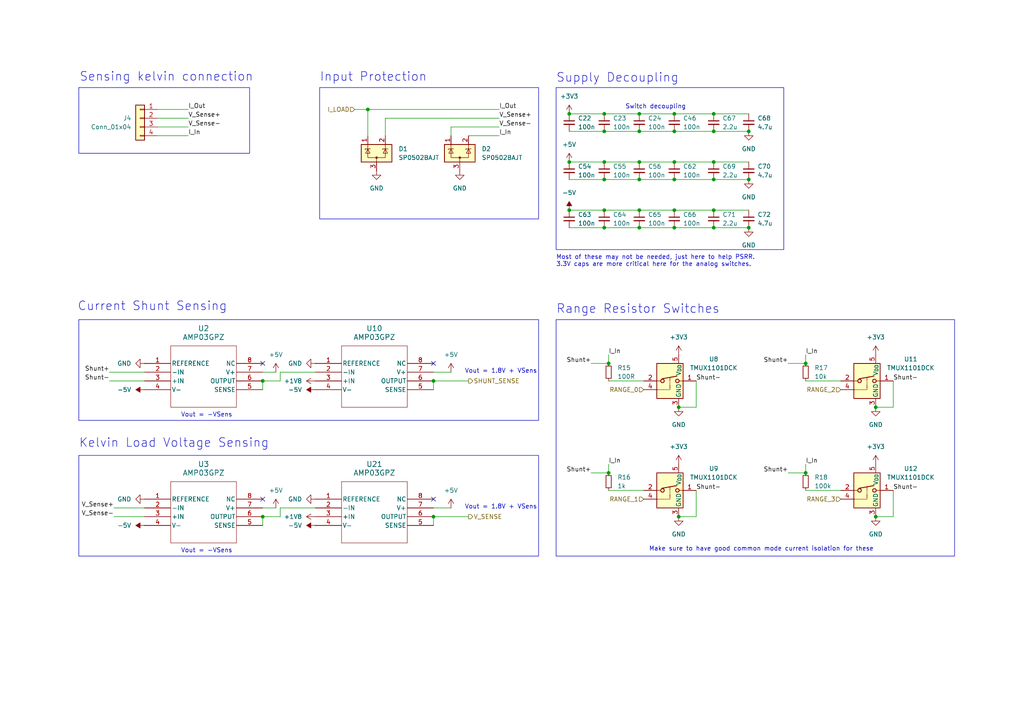
<source format=kicad_sch>
(kicad_sch (version 20231120) (generator "eeschema") (generator_version "8.0")
  (paper "A4")
  (lib_symbols
    (symbol "2024-10-13_10-13-09:AMP03GPZ" (pin_names (offset 0.254))
      (property "Reference" "U" (at 17.018 9.652 0))
      (property "Value" "AMP03GPZ" (at 17.018 7.112 0))
      (symbol "AMP03GPZ_0_1"
        (polyline (pts (xy 7.62 -12.7) (xy 26.67 -12.7)) (stroke (width 0.127)))
        (polyline (pts (xy 7.62 5.08) (xy 7.62 -12.7)) (stroke (width 0.127)))
        (polyline (pts (xy 26.67 -12.7) (xy 26.67 5.08)) (stroke (width 0.127)))
        (polyline (pts (xy 26.67 5.08) (xy 7.62 5.08)) (stroke (width 0.127)))
        (pin unspecified line (at 0 0 0) (length 7.62) (name "REFERENCE") (number "1"))
        (pin unspecified line (at 0 -2.54 0) (length 7.62) (name "-IN") (number "2"))
        (pin unspecified line (at 0 -5.08 0) (length 7.62) (name "+IN") (number "3"))
        (pin power_in line (at 0 -7.62 0) (length 7.62) (name "V-") (number "4"))
        (pin unspecified line (at 34.29 -7.62 180) (length 7.62) (name "SENSE") (number "5"))
        (pin unspecified line (at 34.29 -5.08 180) (length 7.62) (name "OUTPUT") (number "6"))
        (pin power_in line (at 34.29 -2.54 180) (length 7.62) (name "V+") (number "7"))
        (pin unspecified line (at 34.29 0 180) (length 7.62) (name "NC") (number "8"))
      )
    )
    (symbol "Analog_Switch:TMUX1101DCK" (pin_names (offset 0.254))
      (property "Reference" "U" (at -3.81 6.35 0))
      (property "Value" "TMUX1101DCK" (at -12.7 -6.35 0))
      (symbol "TMUX1101DCK_0_1"
        (polyline (pts (xy -3.81 -2.54) (xy -3.302 -2.54)))
        (polyline (pts (xy -3.048 -2.54) (xy -2.794 -2.54)))
        (polyline (pts (xy -2.54 -2.54) (xy -2.286 -2.54)))
        (polyline (pts (xy -2.032 -2.54) (xy -1.778 -2.54)))
        (polyline (pts (xy -1.524 -2.54) (xy -1.27 -2.54)))
        (polyline (pts (xy -1.016 -2.54) (xy -0.762 -2.54)))
        (polyline (pts (xy -0.508 -2.54) (xy -0.254 -2.54)))
        (polyline (pts (xy 0 -2.032) (xy 0 -1.778)))
        (polyline (pts (xy 0 -1.524) (xy 0 -1.27)))
      )
      (symbol "TMUX1101DCK_1_1"
        (rectangle (start -3.81 5.08) (end 3.81 -5.08) (stroke (width 0.254)) (fill (type background)))
        (circle (center -2.159 0) (radius 0.508) (stroke (width 0.254)))
        (polyline (pts (xy -3.81 0) (xy -2.794 0)))
        (polyline (pts (xy -2.286 0.635) (xy 2.032 1.397)) (stroke (width 0.254)))
        (polyline (pts (xy 0 -2.54) (xy 0 -2.286)))
        (polyline (pts (xy 0 -2.032) (xy 0 -1.778)))
        (polyline (pts (xy 0 -1.524) (xy 0 -1.27)))
        (polyline (pts (xy 0 -1.016) (xy 0 -0.762)))
        (polyline (pts (xy 0 -0.508) (xy 0 -0.254)))
        (polyline (pts (xy 0 0) (xy 0 1.016)))
        (polyline (pts (xy 3.81 0) (xy 2.794 0)))
        (circle (center 2.159 0) (radius 0.508) (stroke (width 0.254)))
        (pin passive line (at 7.62 0 180) (length 3.81) (name "~") (number "1"))
        (pin passive line (at -7.62 0 0) (length 3.81) (name "~") (number "2"))
        (pin power_in line (at 2.54 -7.62 90) (length 2.54) (name "GND") (number "3"))
        (pin input line (at -7.62 -2.54 0) (length 3.81) (name "~") (number "4"))
        (pin power_in line (at 2.54 7.62 270) (length 2.54) (name "V_{DD}") (number "5"))
      )
    )
    (symbol "Connector_Generic:Conn_01x04" (pin_names (offset 1.016) hide)
      (property "Reference" "J" (at 0 5.08 0))
      (property "Value" "Conn_01x04" (at 0 -7.62 0))
      (symbol "Conn_01x04_1_1"
        (rectangle (start -1.27 -4.953) (end 0 -5.207) (stroke (width 0.1524)))
        (rectangle (start -1.27 -2.413) (end 0 -2.667) (stroke (width 0.1524)))
        (rectangle (start -1.27 0.127) (end 0 -0.127) (stroke (width 0.1524)))
        (rectangle (start -1.27 2.667) (end 0 2.413) (stroke (width 0.1524)))
        (rectangle (start -1.27 3.81) (end 1.27 -6.35) (stroke (width 0.254)) (fill (type background)))
        (pin passive line (at -5.08 2.54 0) (length 3.81) (name "Pin_1") (number "1"))
        (pin passive line (at -5.08 0 0) (length 3.81) (name "Pin_2") (number "2"))
        (pin passive line (at -5.08 -2.54 0) (length 3.81) (name "Pin_3") (number "3"))
        (pin passive line (at -5.08 -5.08 0) (length 3.81) (name "Pin_4") (number "4"))
      )
    )
    (symbol "Device:C_Small" (pin_numbers hide) (pin_names (offset 0.254) hide)
      (property "Reference" "C" (at 0.254 1.778 0))
      (property "Value" "C_Small" (at 0.254 -2.032 0))
      (symbol "C_Small_0_1"
        (polyline (pts (xy -1.524 -0.508) (xy 1.524 -0.508)) (stroke (width 0.3302)))
        (polyline (pts (xy -1.524 0.508) (xy 1.524 0.508)) (stroke (width 0.3048)))
      )
      (symbol "C_Small_1_1"
        (pin passive line (at 0 2.54 270) (length 2.032) (name "~") (number "1"))
        (pin passive line (at 0 -2.54 90) (length 2.032) (name "~") (number "2"))
      )
    )
    (symbol "Device:R_Small" (pin_numbers hide) (pin_names (offset 0.254) hide)
      (property "Reference" "R" (at 0.762 0.508 0))
      (property "Value" "R_Small" (at 0.762 -1.016 0))
      (symbol "R_Small_0_1"
        (rectangle (start -0.762 1.778) (end 0.762 -1.778) (stroke (width 0.2032)))
      )
      (symbol "R_Small_1_1"
        (pin passive line (at 0 2.54 270) (length 0.762) (name "~") (number "1"))
        (pin passive line (at 0 -2.54 90) (length 0.762) (name "~") (number "2"))
      )
    )
    (symbol "Power_Protection:SP0502BAJT" (pin_names hide)
      (property "Reference" "D" (at 5.715 2.54 0))
      (property "Value" "SP0502BAJT" (at 5.715 0.635 0))
      (symbol "SP0502BAJT_0_0"
        (pin passive line (at 0 -5.08 90) (length 2.54) (name "A") (number "3"))
      )
      (symbol "SP0502BAJT_0_1"
        (rectangle (start -4.445 2.54) (end 4.445 -2.54) (stroke (width 0.254)) (fill (type background)))
        (circle (center 0 -1.27) (radius 0.254) (fill (type outline)))
        (polyline (pts (xy -2.54 2.54) (xy -2.54 1.27)))
        (polyline (pts (xy 0 -1.27) (xy 0 -2.54)))
        (polyline (pts (xy 2.54 2.54) (xy 2.54 1.27)))
        (polyline (pts (xy -3.302 1.016) (xy -3.302 1.27) (xy -1.905 1.27) (xy -1.778 1.27)))
        (polyline (pts (xy -2.54 1.27) (xy -2.54 -1.27) (xy 2.54 -1.27) (xy 2.54 1.27)))
        (polyline (pts (xy -2.54 1.27) (xy -1.905 0) (xy -3.175 0) (xy -2.54 1.27)))
        (polyline (pts (xy 1.778 1.016) (xy 1.778 1.27) (xy 3.175 1.27) (xy 3.302 1.27)))
        (polyline (pts (xy 2.54 1.27) (xy 1.905 0) (xy 3.175 0) (xy 2.54 1.27)))
      )
      (symbol "SP0502BAJT_1_1"
        (pin passive line (at -2.54 5.08 270) (length 2.54) (name "K") (number "1"))
        (pin passive line (at 2.54 5.08 270) (length 2.54) (name "K") (number "2"))
      )
    )
    (symbol "power:+1V8" (power) (pin_numbers hide) (pin_names (offset 0) hide)
      (property "Value" "+1V8" (at 0 3.556 0))
      (symbol "+1V8_0_1"
        (polyline (pts (xy -0.762 1.27) (xy 0 2.54)))
        (polyline (pts (xy 0 0) (xy 0 2.54)))
        (polyline (pts (xy 0 2.54) (xy 0.762 1.27)))
      )
      (symbol "+1V8_1_1"
        (pin power_in line (at 0 0 90) (length 0) (name "~") (number "1"))
      )
    )
    (symbol "power:+3V3" (power) (pin_numbers hide) (pin_names (offset 0) hide)
      (property "Value" "+3V3" (at 0 3.556 0))
      (symbol "+3V3_0_1"
        (polyline (pts (xy -0.762 1.27) (xy 0 2.54)))
        (polyline (pts (xy 0 0) (xy 0 2.54)))
        (polyline (pts (xy 0 2.54) (xy 0.762 1.27)))
      )
      (symbol "+3V3_1_1"
        (pin power_in line (at 0 0 90) (length 0) (name "~") (number "1"))
      )
    )
    (symbol "power:+5V" (power) (pin_numbers hide) (pin_names (offset 0) hide)
      (property "Value" "+5V" (at 0 3.556 0))
      (symbol "+5V_0_1"
        (polyline (pts (xy -0.762 1.27) (xy 0 2.54)))
        (polyline (pts (xy 0 0) (xy 0 2.54)))
        (polyline (pts (xy 0 2.54) (xy 0.762 1.27)))
      )
      (symbol "+5V_1_1"
        (pin power_in line (at 0 0 90) (length 0) (name "~") (number "1"))
      )
    )
    (symbol "power:-5V" (power) (pin_numbers hide) (pin_names (offset 0) hide)
      (property "Value" "-5V" (at 0 3.556 0))
      (symbol "-5V_0_0"
        (pin power_in line (at 0 0 90) (length 0) (name "~") (number "1"))
      )
      (symbol "-5V_0_1"
        (polyline (pts (xy 0 0) (xy 0 1.27) (xy 0.762 1.27) (xy 0 2.54) (xy -0.762 1.27) (xy 0 1.27)) (fill (type outline)))
      )
    )
    (symbol "power:GND" (power) (pin_numbers hide) (pin_names (offset 0) hide)
      (property "Value" "GND" (at 0 -3.81 0))
      (symbol "GND_0_1"
        (polyline (pts (xy 0 0) (xy 0 -1.27) (xy 1.27 -1.27) (xy 0 -2.54) (xy -1.27 -1.27) (xy 0 -1.27)))
      )
      (symbol "GND_1_1"
        (pin power_in line (at 0 0 270) (length 0) (name "~") (number "1"))
      )
    )
  )
  (junction (at 175.26 66.04))
  (junction (at 207.01 66.04))
  (junction (at 176.53 137.16))
  (junction (at 175.26 46.99))
  (junction (at 176.53 105.41))
  (junction (at 76.2 110.49))
  (junction (at 195.58 60.96))
  (junction (at 207.01 38.1))
  (junction (at 165.1 46.99))
  (junction (at 196.85 149.86))
  (junction (at 175.26 52.07))
  (junction (at 165.1 33.02))
  (junction (at 76.2 149.86))
  (junction (at 195.58 52.07))
  (junction (at 207.01 33.02))
  (junction (at 185.42 66.04))
  (junction (at 233.68 105.41))
  (junction (at 185.42 46.99))
  (junction (at 254 118.11))
  (junction (at 106.68 31.75))
  (junction (at 175.26 60.96))
  (junction (at 217.17 52.07))
  (junction (at 195.58 46.99))
  (junction (at 125.73 110.49))
  (junction (at 185.42 38.1))
  (junction (at 195.58 33.02))
  (junction (at 185.42 52.07))
  (junction (at 233.68 137.16))
  (junction (at 217.17 66.04))
  (junction (at 195.58 66.04))
  (junction (at 207.01 60.96))
  (junction (at 207.01 46.99))
  (junction (at 125.73 149.86))
  (junction (at 196.85 118.11))
  (junction (at 165.1 60.96))
  (junction (at 175.26 33.02))
  (junction (at 217.17 38.1))
  (junction (at 185.42 60.96))
  (junction (at 195.58 38.1))
  (junction (at 175.26 38.1))
  (junction (at 254 149.86))
  (junction (at 185.42 33.02))
  (junction (at 207.01 52.07))
  (no_connect (at 125.73 144.78))
  (no_connect (at 125.73 105.41))
  (no_connect (at 76.2 105.41))
  (no_connect (at 76.2 144.78))
  (wire (pts (xy 201.93 149.86) (xy 196.85 149.86)))
  (wire (pts (xy 125.73 110.49) (xy 125.73 113.03)))
  (wire (pts (xy 185.42 66.04) (xy 195.58 66.04)))
  (wire (pts (xy 185.42 46.99) (xy 195.58 46.99)))
  (wire (pts (xy 91.44 107.95) (xy 81.28 107.95)))
  (wire (pts (xy 259.08 142.24) (xy 259.08 149.86)))
  (wire (pts (xy 201.93 118.11) (xy 196.85 118.11)))
  (wire (pts (xy 76.2 110.49) (xy 76.2 113.03)))
  (wire (pts (xy 31.75 110.49) (xy 41.91 110.49)))
  (wire (pts (xy 207.01 52.07) (xy 195.58 52.07)))
  (wire (pts (xy 185.42 33.02) (xy 195.58 33.02)))
  (wire (pts (xy 175.26 52.07) (xy 185.42 52.07)))
  (wire (pts (xy 185.42 38.1) (xy 195.58 38.1)))
  (wire (pts (xy 217.17 52.07) (xy 207.01 52.07)))
  (wire (pts (xy 76.2 107.95) (xy 80.01 107.95)))
  (wire (pts (xy 228.6 105.41) (xy 233.68 105.41)))
  (wire (pts (xy 135.89 149.86) (xy 125.73 149.86)))
  (wire (pts (xy 207.01 33.02) (xy 217.17 33.02)))
  (wire (pts (xy 185.42 52.07) (xy 195.58 52.07)))
  (wire (pts (xy 102.87 31.75) (xy 106.68 31.75)))
  (wire (pts (xy 217.17 38.1) (xy 207.01 38.1)))
  (wire (pts (xy 45.72 31.75) (xy 54.61 31.75)))
  (wire (pts (xy 54.61 34.29) (xy 45.72 34.29)))
  (wire (pts (xy 175.26 60.96) (xy 185.42 60.96)))
  (wire (pts (xy 106.68 31.75) (xy 106.68 39.37)))
  (wire (pts (xy 45.72 39.37) (xy 54.61 39.37)))
  (wire (pts (xy 135.89 39.37) (xy 144.78 39.37)))
  (wire (pts (xy 165.1 38.1) (xy 175.26 38.1)))
  (wire (pts (xy 259.08 110.49) (xy 259.08 118.11)))
  (wire (pts (xy 76.2 147.32) (xy 80.01 147.32)))
  (wire (pts (xy 165.1 33.02) (xy 175.26 33.02)))
  (wire (pts (xy 195.58 60.96) (xy 207.01 60.96)))
  (wire (pts (xy 175.26 33.02) (xy 185.42 33.02)))
  (wire (pts (xy 201.93 142.24) (xy 201.93 149.86)))
  (wire (pts (xy 130.81 36.83) (xy 130.81 39.37)))
  (wire (pts (xy 259.08 149.86) (xy 254 149.86)))
  (wire (pts (xy 195.58 33.02) (xy 207.01 33.02)))
  (wire (pts (xy 144.78 36.83) (xy 130.81 36.83)))
  (wire (pts (xy 76.2 149.86) (xy 76.2 152.4)))
  (wire (pts (xy 195.58 46.99) (xy 207.01 46.99)))
  (wire (pts (xy 233.68 110.49) (xy 243.84 110.49)))
  (wire (pts (xy 207.01 46.99) (xy 217.17 46.99)))
  (wire (pts (xy 111.76 34.29) (xy 111.76 39.37)))
  (wire (pts (xy 228.6 137.16) (xy 233.68 137.16)))
  (wire (pts (xy 91.44 147.32) (xy 81.28 147.32)))
  (wire (pts (xy 207.01 60.96) (xy 217.17 60.96)))
  (wire (pts (xy 165.1 52.07) (xy 175.26 52.07)))
  (wire (pts (xy 217.17 66.04) (xy 207.01 66.04)))
  (wire (pts (xy 176.53 134.62) (xy 176.53 137.16)))
  (wire (pts (xy 165.1 66.04) (xy 175.26 66.04)))
  (wire (pts (xy 171.45 105.41) (xy 176.53 105.41)))
  (wire (pts (xy 165.1 46.99) (xy 175.26 46.99)))
  (wire (pts (xy 185.42 60.96) (xy 195.58 60.96)))
  (wire (pts (xy 144.78 31.75) (xy 106.68 31.75)))
  (wire (pts (xy 207.01 66.04) (xy 195.58 66.04)))
  (wire (pts (xy 81.28 149.86) (xy 76.2 149.86)))
  (wire (pts (xy 31.75 107.95) (xy 41.91 107.95)))
  (wire (pts (xy 81.28 147.32) (xy 81.28 149.86)))
  (wire (pts (xy 135.89 110.49) (xy 125.73 110.49)))
  (wire (pts (xy 175.26 66.04) (xy 185.42 66.04)))
  (wire (pts (xy 176.53 102.87) (xy 176.53 105.41)))
  (wire (pts (xy 33.02 147.32) (xy 41.91 147.32)))
  (wire (pts (xy 233.68 134.62) (xy 233.68 137.16)))
  (wire (pts (xy 165.1 60.96) (xy 175.26 60.96)))
  (wire (pts (xy 207.01 38.1) (xy 195.58 38.1)))
  (wire (pts (xy 176.53 110.49) (xy 186.69 110.49)))
  (wire (pts (xy 125.73 149.86) (xy 125.73 152.4)))
  (wire (pts (xy 233.68 142.24) (xy 243.84 142.24)))
  (wire (pts (xy 144.78 34.29) (xy 111.76 34.29)))
  (wire (pts (xy 81.28 110.49) (xy 76.2 110.49)))
  (wire (pts (xy 125.73 107.95) (xy 130.81 107.95)))
  (wire (pts (xy 171.45 137.16) (xy 176.53 137.16)))
  (wire (pts (xy 259.08 118.11) (xy 254 118.11)))
  (wire (pts (xy 125.73 147.32) (xy 130.81 147.32)))
  (wire (pts (xy 233.68 102.87) (xy 233.68 105.41)))
  (wire (pts (xy 33.02 149.86) (xy 41.91 149.86)))
  (wire (pts (xy 81.28 107.95) (xy 81.28 110.49)))
  (wire (pts (xy 175.26 46.99) (xy 185.42 46.99)))
  (wire (pts (xy 201.93 110.49) (xy 201.93 118.11)))
  (wire (pts (xy 54.61 36.83) (xy 45.72 36.83)))
  (wire (pts (xy 176.53 142.24) (xy 186.69 142.24)))
  (wire (pts (xy 175.26 38.1) (xy 185.42 38.1)))
  (rectangle (start 22.86 25.4) (end 72.39 44.45))
  (rectangle (start 92.71 25.4) (end 156.21 63.5))
  (rectangle (start 22.86 92.71) (end 156.21 121.92))
  (rectangle (start 161.29 92.71) (end 276.86 161.29))
  (rectangle (start 161.29 25.4) (end 227.33 72.39))
  (rectangle (start 22.86 132.08) (end 156.21 161.29))
  (text "Make sure to have good common mode current isolation for these" (at 188.214 160.02 0) (effects (font (size 1.27 1.27)) (justify left bottom)))
  (text "Sensing kelvin connection" (at 48.26 22.352 0) (effects (font (size 2.54 2.54))))
  (text "Vout = 1.8V + VSens" (at 145.288 107.696 0) (effects (font (size 1.27 1.27))))
  (text "Vout = -VSens" (at 59.944 120.396 0) (effects (font (size 1.27 1.27))))
  (text "Current Shunt Sensing" (at 44.196 88.9 0) (effects (font (size 2.54 2.54))))
  (text "Vout = -VSens" (at 59.944 159.766 0) (effects (font (size 1.27 1.27))))
  (text "Vout = 1.8V + VSens" (at 145.288 147.066 0) (effects (font (size 1.27 1.27))))
  (text "Most of these may not be needed, just here to help PSRR.\n3.3V caps are more critical here for the analog switches." (at 161.29 77.47 0) (effects (font (size 1.27 1.27)) (justify left bottom)))
  (text "Range Resistor Switches" (at 161.29 91.186 0) (effects (font (size 2.54 2.54)) (justify left bottom)))
  (text "Supply Decoupling" (at 161.29 24.13 0) (effects (font (size 2.54 2.54)) (justify left bottom)))
  (text "Kelvin Load Voltage Sensing" (at 22.86 130.048 0) (effects (font (size 2.54 2.54)) (justify left bottom)))
  (text "Switch decoupling" (at 181.356 31.75 0) (effects (font (size 1.27 1.27)) (justify left bottom)))
  (text "Input Protection" (at 92.71 23.876 0) (effects (font (size 2.54 2.54)) (justify left bottom)))
  (label "V_Sense-" (at 54.61 36.83 0))
  (label "I_In" (at 233.68 134.62 0))
  (label "I_In" (at 176.53 102.87 0))
  (label "Shunt+" (at 228.6 105.41 180))
  (label "Shunt+" (at 228.6 137.16 180))
  (label "Shunt-" (at 259.08 142.24 0))
  (label "Shunt+" (at 171.45 137.16 180))
  (label "I_Out" (at 54.61 31.75 0))
  (label "Shunt-" (at 201.93 110.49 0))
  (label "I_In" (at 54.61 39.37 0))
  (label "V_Sense-" (at 144.78 36.83 0))
  (label "V_Sense-" (at 33.02 149.86 180))
  (label "Shunt+" (at 31.75 107.95 180))
  (label "Shunt-" (at 201.93 142.24 0))
  (label "Shunt+" (at 171.45 105.41 180))
  (label "I_In" (at 144.78 39.37 0))
  (label "V_Sense+" (at 33.02 147.32 180))
  (label "I_Out" (at 144.78 31.75 0))
  (label "I_In" (at 233.68 102.87 0))
  (label "Shunt-" (at 31.75 110.49 180))
  (label "Shunt-" (at 259.08 110.49 0))
  (label "I_In" (at 176.53 134.62 0))
  (label "V_Sense+" (at 144.78 34.29 0))
  (label "V_Sense+" (at 54.61 34.29 0))
  (hierarchical_label "RANGE_2" (shape input) (at 243.84 113.03 180))
  (hierarchical_label "RANGE_0" (shape input) (at 186.69 113.03 180))
  (hierarchical_label "RANGE_1" (shape input) (at 186.69 144.78 180))
  (hierarchical_label "I_LOAD" (shape input) (at 102.87 31.75 180))
  (hierarchical_label "V_SENSE" (shape output) (at 135.89 149.86 0))
  (hierarchical_label "RANGE_3" (shape input) (at 243.84 144.78 180))
  (hierarchical_label "SHUNT_SENSE" (shape output) (at 135.89 110.49 0))
  (symbol (lib_id "2024-10-13_10-13-09:AMP03GPZ") (at 41.91 144.78 0) (unit 1)
    (property "Reference" "U3" (at 59.055 134.62 0) (effects (font (size 1.524 1.524))))
    (property "Value" "AMP03GPZ" (at 59.055 137.16 0) (effects (font (size 1.524 1.524))))
    (property "Footprint" "footprints:N_8_ADI" (effects (hide yes)))
    (property "Datasheet" "AMP03GPZ" (effects (hide yes)))
  )
  (symbol (lib_id "Analog_Switch:TMUX1101DCK") (at 194.31 110.49 0) (unit 1)
    (property "Reference" "U8" (at 207.01 104.1714 0))
    (property "Value" "TMUX1101DCK" (at 207.01 106.7114 0))
    (property "Footprint" "Package_TO_SOT_SMD:SOT-23-5" (effects (hide yes)))
    (property "Datasheet" "https://www.ti.com/lit/ds/symlink/tmux1101.pdf" (effects (hide yes)))
    (property "Description" "SPST Analog Switch, 1.08V to 5.5V Supply, 3pA Leakage Current, Normally OFF, 1.8Ohm Ron, SOT-23" (effects (hide yes)))
  )
  (symbol (lib_id "Device:R_Small") (at 233.68 139.7 0) (unit 1)
    (property "Reference" "R18" (at 236.22 138.4299 0) (effects (justify left)))
    (property "Value" "100k" (at 236.22 140.9699 0) (effects (justify left)))
    (property "Footprint" "Resistor_SMD:R_0402_1005Metric" (effects (hide yes)))
    (property "Description" "Resistor, small symbol" (effects (hide yes)))
  )
  (symbol (lib_id "Device:C_Small") (at 217.17 63.5 0) (unit 1)
    (property "Reference" "C72" (at 219.71 62.2362 0) (effects (justify left)))
    (property "Value" "4.7u" (at 219.71 64.7762 0) (effects (justify left)))
    (property "Footprint" "Capacitor_SMD:C_0805_2012Metric" (effects (hide yes)))
    (property "Description" "Unpolarized capacitor, small symbol" (effects (hide yes)))
  )
  (symbol (lib_id "power:GND") (at 217.17 52.07 0) (unit 1)
    (property "Reference" "#PWR095" (effects (hide yes)))
    (property "Value" "GND" (at 217.17 57.15 0))
    (property "Description" "Power symbol creates a global label with name \"GND\" , ground" (effects (hide yes)))
  )
  (symbol (lib_id "2024-10-13_10-13-09:AMP03GPZ") (at 91.44 105.41 0) (unit 1)
    (property "Reference" "U10" (at 108.585 95.25 0) (effects (font (size 1.524 1.524))))
    (property "Value" "AMP03GPZ" (at 108.585 97.79 0) (effects (font (size 1.524 1.524))))
    (property "Footprint" "footprints:N_8_ADI" (effects (hide yes)))
    (property "Datasheet" "AMP03GPZ" (effects (hide yes)))
  )
  (symbol (lib_id "power:-5V") (at 41.91 113.03 90) (unit 1)
    (property "Reference" "#PWR07" (effects (hide yes)))
    (property "Value" "-5V" (at 38.1 113.0299 90) (effects (justify left)))
    (property "Description" "Power symbol creates a global label with name \"-5V\"" (effects (hide yes)))
  )
  (symbol (lib_id "Connector_Generic:Conn_01x04") (at 40.64 34.29 0) (mirror y) (unit 1)
    (property "Reference" "J4" (at 38.1 34.2899 0) (effects (justify left)))
    (property "Value" "Conn_01x04" (at 38.1 36.8299 0) (effects (justify left)))
    (property "Footprint" "Connector_PinHeader_2.54mm:PinHeader_1x04_P2.54mm_Vertical" (effects (hide yes)))
    (property "Description" "Generic connector, single row, 01x04, script generated (kicad-library-utils/schlib/autogen/connector/)" (effects (hide yes)))
  )
  (symbol (lib_id "power:GND") (at 91.44 144.78 270) (unit 1)
    (property "Reference" "#PWR066" (effects (hide yes)))
    (property "Value" "GND" (at 87.63 144.7799 90) (effects (justify right)))
    (property "Description" "Power symbol creates a global label with name \"GND\" , ground" (effects (hide yes)))
  )
  (symbol (lib_id "power:+5V") (at 130.81 107.95 0) (unit 1)
    (property "Reference" "#PWR044" (effects (hide yes)))
    (property "Value" "+5V" (at 130.81 102.87 0))
    (property "Description" "Power symbol creates a global label with name \"+5V\"" (effects (hide yes)))
  )
  (symbol (lib_id "power:GND") (at 109.22 49.53 0) (unit 1)
    (property "Reference" "#PWR083" (effects (hide yes)))
    (property "Value" "GND" (at 109.22 54.61 0))
    (property "Description" "Power symbol creates a global label with name \"GND\" , ground" (effects (hide yes)))
  )
  (symbol (lib_id "Analog_Switch:TMUX1101DCK") (at 194.31 142.24 0) (unit 1)
    (property "Reference" "U9" (at 207.01 135.9214 0))
    (property "Value" "TMUX1101DCK" (at 207.01 138.4614 0))
    (property "Footprint" "Package_TO_SOT_SMD:SOT-23-5" (effects (hide yes)))
    (property "Datasheet" "https://www.ti.com/lit/ds/symlink/tmux1101.pdf" (effects (hide yes)))
    (property "Description" "SPST Analog Switch, 1.08V to 5.5V Supply, 3pA Leakage Current, Normally OFF, 1.8Ohm Ron, SOT-23" (effects (hide yes)))
  )
  (symbol (lib_id "Device:C_Small") (at 207.01 35.56 0) (unit 1)
    (property "Reference" "C67" (at 209.55 34.2962 0) (effects (justify left)))
    (property "Value" "2.2u" (at 209.55 36.8362 0) (effects (justify left)))
    (property "Footprint" "Capacitor_SMD:C_0402_1005Metric" (effects (hide yes)))
    (property "Description" "Unpolarized capacitor, small symbol" (effects (hide yes)))
  )
  (symbol (lib_id "power:GND") (at 217.17 38.1 0) (unit 1)
    (property "Reference" "#PWR093" (effects (hide yes)))
    (property "Value" "GND" (at 217.17 43.18 0))
    (property "Description" "Power symbol creates a global label with name \"GND\" , ground" (effects (hide yes)))
  )
  (symbol (lib_id "power:GND") (at 254 149.86 0) (unit 1)
    (property "Reference" "#PWR092" (effects (hide yes)))
    (property "Value" "GND" (at 254 154.94 0))
    (property "Description" "Power symbol creates a global label with name \"GND\" , ground" (effects (hide yes)))
  )
  (symbol (lib_id "Analog_Switch:TMUX1101DCK") (at 251.46 110.49 0) (unit 1)
    (property "Reference" "U11" (at 264.16 104.1714 0))
    (property "Value" "TMUX1101DCK" (at 264.16 106.7114 0))
    (property "Footprint" "Package_TO_SOT_SMD:SOT-23-5" (effects (hide yes)))
    (property "Datasheet" "https://www.ti.com/lit/ds/symlink/tmux1101.pdf" (effects (hide yes)))
    (property "Description" "SPST Analog Switch, 1.08V to 5.5V Supply, 3pA Leakage Current, Normally OFF, 1.8Ohm Ron, SOT-23" (effects (hide yes)))
  )
  (symbol (lib_id "Device:C_Small") (at 195.58 35.56 0) (unit 1)
    (property "Reference" "C46" (at 198.12 34.2962 0) (effects (justify left)))
    (property "Value" "100n" (at 198.12 36.8362 0) (effects (justify left)))
    (property "Footprint" "Capacitor_SMD:C_0402_1005Metric" (effects (hide yes)))
    (property "Description" "Unpolarized capacitor, small symbol" (effects (hide yes)))
  )
  (symbol (lib_id "Device:R_Small") (at 233.68 107.95 0) (unit 1)
    (property "Reference" "R17" (at 236.22 106.6799 0) (effects (justify left)))
    (property "Value" "10k" (at 236.22 109.2199 0) (effects (justify left)))
    (property "Footprint" "Resistor_SMD:R_0402_1005Metric" (effects (hide yes)))
    (property "Description" "Resistor, small symbol" (effects (hide yes)))
  )
  (symbol (lib_id "power:GND") (at 254 118.11 0) (unit 1)
    (property "Reference" "#PWR090" (effects (hide yes)))
    (property "Value" "GND" (at 254 123.19 0))
    (property "Description" "Power symbol creates a global label with name \"GND\" , ground" (effects (hide yes)))
  )
  (symbol (lib_id "Device:C_Small") (at 175.26 63.5 0) (unit 1)
    (property "Reference" "C64" (at 177.8 62.2362 0) (effects (justify left)))
    (property "Value" "100n" (at 177.8 64.7762 0) (effects (justify left)))
    (property "Footprint" "Capacitor_SMD:C_0402_1005Metric" (effects (hide yes)))
    (property "Description" "Unpolarized capacitor, small symbol" (effects (hide yes)))
  )
  (symbol (lib_id "power:+3V3") (at 254 134.62 0) (unit 1)
    (property "Reference" "#PWR091" (effects (hide yes)))
    (property "Value" "+3V3" (at 254 129.54 0))
    (property "Description" "Power symbol creates a global label with name \"+3V3\"" (effects (hide yes)))
  )
  (symbol (lib_id "2024-10-13_10-13-09:AMP03GPZ") (at 41.91 105.41 0) (unit 1)
    (property "Reference" "U2" (at 59.055 95.25 0) (effects (font (size 1.524 1.524))))
    (property "Value" "AMP03GPZ" (at 59.055 97.79 0) (effects (font (size 1.524 1.524))))
    (property "Footprint" "footprints:N_8_ADI" (effects (hide yes)))
    (property "Datasheet" "AMP03GPZ" (effects (hide yes)))
  )
  (symbol (lib_id "Device:C_Small") (at 185.42 49.53 0) (unit 1)
    (property "Reference" "C56" (at 187.96 48.2662 0) (effects (justify left)))
    (property "Value" "100n" (at 187.96 50.8062 0) (effects (justify left)))
    (property "Footprint" "Capacitor_SMD:C_0402_1005Metric" (effects (hide yes)))
    (property "Description" "Unpolarized capacitor, small symbol" (effects (hide yes)))
  )
  (symbol (lib_id "power:+3V3") (at 196.85 134.62 0) (unit 1)
    (property "Reference" "#PWR087" (effects (hide yes)))
    (property "Value" "+3V3" (at 196.85 129.54 0))
    (property "Description" "Power symbol creates a global label with name \"+3V3\"" (effects (hide yes)))
  )
  (symbol (lib_id "Device:C_Small") (at 185.42 63.5 0) (unit 1)
    (property "Reference" "C65" (at 187.96 62.2362 0) (effects (justify left)))
    (property "Value" "100n" (at 187.96 64.7762 0) (effects (justify left)))
    (property "Footprint" "Capacitor_SMD:C_0402_1005Metric" (effects (hide yes)))
    (property "Description" "Unpolarized capacitor, small symbol" (effects (hide yes)))
  )
  (symbol (lib_id "power:-5V") (at 91.44 152.4 90) (unit 1)
    (property "Reference" "#PWR09" (effects (hide yes)))
    (property "Value" "-5V" (at 87.63 152.3999 90) (effects (justify left)))
    (property "Description" "Power symbol creates a global label with name \"-5V\"" (effects (hide yes)))
  )
  (symbol (lib_id "power:GND") (at 91.44 105.41 270) (unit 1)
    (property "Reference" "#PWR051" (effects (hide yes)))
    (property "Value" "GND" (at 87.63 105.4099 90) (effects (justify right)))
    (property "Description" "Power symbol creates a global label with name \"GND\" , ground" (effects (hide yes)))
  )
  (symbol (lib_id "power:GND") (at 41.91 144.78 270) (unit 1)
    (property "Reference" "#PWR063" (effects (hide yes)))
    (property "Value" "GND" (at 38.1 144.7799 90) (effects (justify right)))
    (property "Description" "Power symbol creates a global label with name \"GND\" , ground" (effects (hide yes)))
  )
  (symbol (lib_id "Power_Protection:SP0502BAJT") (at 133.35 44.45 0) (unit 1)
    (property "Reference" "D2" (at 139.7 43.1799 0) (effects (justify left)))
    (property "Value" "SP0502BAJT" (at 139.7 45.7199 0) (effects (justify left)))
    (property "Footprint" "Package_TO_SOT_SMD:SOT-323_SC-70" (effects (hide yes)))
    (property "Datasheet" "http://www.littelfuse.com/~/media/files/littelfuse/technical%20resources/documents/data%20sheets/sp05xxba.pdf" (effects (hide yes)))
    (property "Description" "TVS Diode Array, 5.5V Standoff, 2 Channels, SC-70 package" (effects (hide yes)))
  )
  (symbol (lib_id "Device:C_Small") (at 175.26 49.53 0) (unit 1)
    (property "Reference" "C55" (at 177.8 48.2662 0) (effects (justify left)))
    (property "Value" "100n" (at 177.8 50.8062 0) (effects (justify left)))
    (property "Footprint" "Capacitor_SMD:C_0402_1005Metric" (effects (hide yes)))
    (property "Description" "Unpolarized capacitor, small symbol" (effects (hide yes)))
  )
  (symbol (lib_id "Device:C_Small") (at 207.01 49.53 0) (unit 1)
    (property "Reference" "C69" (at 209.55 48.2662 0) (effects (justify left)))
    (property "Value" "2.2u" (at 209.55 50.8062 0) (effects (justify left)))
    (property "Footprint" "Capacitor_SMD:C_0402_1005Metric" (effects (hide yes)))
    (property "Description" "Unpolarized capacitor, small symbol" (effects (hide yes)))
  )
  (symbol (lib_id "power:+3V3") (at 165.1 33.02 0) (unit 1)
    (property "Reference" "#PWR040" (effects (hide yes)))
    (property "Value" "+3V3" (at 165.1 27.94 0))
    (property "Description" "Power symbol creates a global label with name \"+3V3\"" (effects (hide yes)))
  )
  (symbol (lib_id "power:GND") (at 133.35 49.53 0) (unit 1)
    (property "Reference" "#PWR084" (effects (hide yes)))
    (property "Value" "GND" (at 133.35 54.61 0))
    (property "Description" "Power symbol creates a global label with name \"GND\" , ground" (effects (hide yes)))
  )
  (symbol (lib_id "power:+5V") (at 165.1 46.99 0) (unit 1)
    (property "Reference" "#PWR094" (effects (hide yes)))
    (property "Value" "+5V" (at 165.1 41.91 0))
    (property "Description" "Power symbol creates a global label with name \"+5V\"" (effects (hide yes)))
  )
  (symbol (lib_id "Device:R_Small") (at 176.53 107.95 0) (unit 1)
    (property "Reference" "R15" (at 179.07 106.6799 0) (effects (justify left)))
    (property "Value" "100R" (at 179.07 109.2199 0) (effects (justify left)))
    (property "Footprint" "Resistor_SMD:R_0402_1005Metric" (effects (hide yes)))
    (property "Description" "Resistor, small symbol" (effects (hide yes)))
  )
  (symbol (lib_id "power:+5V") (at 130.81 147.32 0) (unit 1)
    (property "Reference" "#PWR068" (effects (hide yes)))
    (property "Value" "+5V" (at 130.81 142.24 0))
    (property "Description" "Power symbol creates a global label with name \"+5V\"" (effects (hide yes)))
  )
  (symbol (lib_id "Device:C_Small") (at 217.17 49.53 0) (unit 1)
    (property "Reference" "C70" (at 219.71 48.2662 0) (effects (justify left)))
    (property "Value" "4.7u" (at 219.71 50.8062 0) (effects (justify left)))
    (property "Footprint" "Capacitor_SMD:C_0805_2012Metric" (effects (hide yes)))
    (property "Description" "Unpolarized capacitor, small symbol" (effects (hide yes)))
  )
  (symbol (lib_id "power:+5V") (at 80.01 107.95 0) (unit 1)
    (property "Reference" "#PWR038" (effects (hide yes)))
    (property "Value" "+5V" (at 80.01 102.87 0))
    (property "Description" "Power symbol creates a global label with name \"+5V\"" (effects (hide yes)))
  )
  (symbol (lib_id "Power_Protection:SP0502BAJT") (at 109.22 44.45 0) (unit 1)
    (property "Reference" "D1" (at 115.57 43.1799 0) (effects (justify left)))
    (property "Value" "SP0502BAJT" (at 115.57 45.7199 0) (effects (justify left)))
    (property "Footprint" "Package_TO_SOT_SMD:SOT-323_SC-70" (effects (hide yes)))
    (property "Datasheet" "http://www.littelfuse.com/~/media/files/littelfuse/technical%20resources/documents/data%20sheets/sp05xxba.pdf" (effects (hide yes)))
    (property "Description" "TVS Diode Array, 5.5V Standoff, 2 Channels, SC-70 package" (effects (hide yes)))
  )
  (symbol (lib_id "power:GND") (at 196.85 149.86 0) (unit 1)
    (property "Reference" "#PWR088" (effects (hide yes)))
    (property "Value" "GND" (at 196.85 154.94 0))
    (property "Description" "Power symbol creates a global label with name \"GND\" , ground" (effects (hide yes)))
  )
  (symbol (lib_id "Device:C_Small") (at 195.58 63.5 0) (unit 1)
    (property "Reference" "C66" (at 198.12 62.2362 0) (effects (justify left)))
    (property "Value" "100n" (at 198.12 64.7762 0) (effects (justify left)))
    (property "Footprint" "Capacitor_SMD:C_0402_1005Metric" (effects (hide yes)))
    (property "Description" "Unpolarized capacitor, small symbol" (effects (hide yes)))
  )
  (symbol (lib_id "power:+1V8") (at 91.44 110.49 90) (unit 1)
    (property "Reference" "#PWR052" (effects (hide yes)))
    (property "Value" "+1V8" (at 87.63 110.4899 90) (effects (justify left)))
    (property "Description" "Power symbol creates a global label with name \"+1V8\"" (effects (hide yes)))
  )
  (symbol (lib_id "Device:C_Small") (at 195.58 49.53 0) (unit 1)
    (property "Reference" "C62" (at 198.12 48.2662 0) (effects (justify left)))
    (property "Value" "100n" (at 198.12 50.8062 0) (effects (justify left)))
    (property "Footprint" "Capacitor_SMD:C_0402_1005Metric" (effects (hide yes)))
    (property "Description" "Unpolarized capacitor, small symbol" (effects (hide yes)))
  )
  (symbol (lib_id "power:+5V") (at 80.01 147.32 0) (unit 1)
    (property "Reference" "#PWR064" (effects (hide yes)))
    (property "Value" "+5V" (at 80.01 142.24 0))
    (property "Description" "Power symbol creates a global label with name \"+5V\"" (effects (hide yes)))
  )
  (symbol (lib_id "power:-5V") (at 91.44 113.03 90) (unit 1)
    (property "Reference" "#PWR010" (effects (hide yes)))
    (property "Value" "-5V" (at 87.63 113.0299 90) (effects (justify left)))
    (property "Description" "Power symbol creates a global label with name \"-5V\"" (effects (hide yes)))
  )
  (symbol (lib_id "Device:C_Small") (at 165.1 63.5 0) (unit 1)
    (property "Reference" "C63" (at 167.64 62.2362 0) (effects (justify left)))
    (property "Value" "100n" (at 167.64 64.7762 0) (effects (justify left)))
    (property "Footprint" "Capacitor_SMD:C_0402_1005Metric" (effects (hide yes)))
    (property "Description" "Unpolarized capacitor, small symbol" (effects (hide yes)))
  )
  (symbol (lib_id "power:-5V") (at 41.91 152.4 90) (unit 1)
    (property "Reference" "#PWR08" (effects (hide yes)))
    (property "Value" "-5V" (at 38.1 152.3999 90) (effects (justify left)))
    (property "Description" "Power symbol creates a global label with name \"-5V\"" (effects (hide yes)))
  )
  (symbol (lib_id "Device:C_Small") (at 207.01 63.5 0) (unit 1)
    (property "Reference" "C71" (at 209.55 62.2362 0) (effects (justify left)))
    (property "Value" "2.2u" (at 209.55 64.7762 0) (effects (justify left)))
    (property "Footprint" "Capacitor_SMD:C_0402_1005Metric" (effects (hide yes)))
    (property "Description" "Unpolarized capacitor, small symbol" (effects (hide yes)))
  )
  (symbol (lib_id "power:+3V3") (at 196.85 102.87 0) (unit 1)
    (property "Reference" "#PWR086" (effects (hide yes)))
    (property "Value" "+3V3" (at 196.85 97.79 0))
    (property "Description" "Power symbol creates a global label with name \"+3V3\"" (effects (hide yes)))
  )
  (symbol (lib_id "power:-5V") (at 165.1 60.96 0) (unit 1)
    (property "Reference" "#PWR096" (effects (hide yes)))
    (property "Value" "-5V" (at 165.1 55.88 0))
    (property "Description" "Power symbol creates a global label with name \"-5V\"" (effects (hide yes)))
  )
  (symbol (lib_id "power:GND") (at 196.85 118.11 0) (unit 1)
    (property "Reference" "#PWR085" (effects (hide yes)))
    (property "Value" "GND" (at 196.85 123.19 0))
    (property "Description" "Power symbol creates a global label with name \"GND\" , ground" (effects (hide yes)))
  )
  (symbol (lib_id "Device:C_Small") (at 165.1 49.53 0) (unit 1)
    (property "Reference" "C54" (at 167.64 48.2662 0) (effects (justify left)))
    (property "Value" "100n" (at 167.64 50.8062 0) (effects (justify left)))
    (property "Footprint" "Capacitor_SMD:C_0402_1005Metric" (effects (hide yes)))
    (property "Description" "Unpolarized capacitor, small symbol" (effects (hide yes)))
  )
  (symbol (lib_id "Device:C_Small") (at 185.42 35.56 0) (unit 1)
    (property "Reference" "C24" (at 187.96 34.2962 0) (effects (justify left)))
    (property "Value" "100n" (at 187.96 36.8362 0) (effects (justify left)))
    (property "Footprint" "Capacitor_SMD:C_0402_1005Metric" (effects (hide yes)))
    (property "Description" "Unpolarized capacitor, small symbol" (effects (hide yes)))
  )
  (symbol (lib_id "Device:C_Small") (at 217.17 35.56 0) (unit 1)
    (property "Reference" "C68" (at 219.71 34.2962 0) (effects (justify left)))
    (property "Value" "4.7u" (at 219.71 36.8362 0) (effects (justify left)))
    (property "Footprint" "Capacitor_SMD:C_0805_2012Metric" (effects (hide yes)))
    (property "Description" "Unpolarized capacitor, small symbol" (effects (hide yes)))
  )
  (symbol (lib_id "Analog_Switch:TMUX1101DCK") (at 251.46 142.24 0) (unit 1)
    (property "Reference" "U12" (at 264.16 135.9214 0))
    (property "Value" "TMUX1101DCK" (at 264.16 138.4614 0))
    (property "Footprint" "Package_TO_SOT_SMD:SOT-23-5" (effects (hide yes)))
    (property "Datasheet" "https://www.ti.com/lit/ds/symlink/tmux1101.pdf" (effects (hide yes)))
    (property "Description" "SPST Analog Switch, 1.08V to 5.5V Supply, 3pA Leakage Current, Normally OFF, 1.8Ohm Ron, SOT-23" (effects (hide yes)))
  )
  (symbol (lib_id "power:+3V3") (at 254 102.87 0) (unit 1)
    (property "Reference" "#PWR089" (effects (hide yes)))
    (property "Value" "+3V3" (at 254 97.79 0))
    (property "Description" "Power symbol creates a global label with name \"+3V3\"" (effects (hide yes)))
  )
  (symbol (lib_id "power:+1V8") (at 91.44 149.86 90) (unit 1)
    (property "Reference" "#PWR067" (effects (hide yes)))
    (property "Value" "+1V8" (at 87.63 149.8599 90) (effects (justify left)))
    (property "Description" "Power symbol creates a global label with name \"+1V8\"" (effects (hide yes)))
  )
  (symbol (lib_id "Device:R_Small") (at 176.53 139.7 0) (unit 1)
    (property "Reference" "R16" (at 179.07 138.4299 0) (effects (justify left)))
    (property "Value" "1k" (at 179.07 140.9699 0) (effects (justify left)))
    (property "Footprint" "Resistor_SMD:R_0402_1005Metric" (effects (hide yes)))
    (property "Description" "Resistor, small symbol" (effects (hide yes)))
  )
  (symbol (lib_id "2024-10-13_10-13-09:AMP03GPZ") (at 91.44 144.78 0) (unit 1)
    (property "Reference" "U21" (at 108.585 134.62 0) (effects (font (size 1.524 1.524))))
    (property "Value" "AMP03GPZ" (at 108.585 137.16 0) (effects (font (size 1.524 1.524))))
    (property "Footprint" "footprints:N_8_ADI" (effects (hide yes)))
    (property "Datasheet" "AMP03GPZ" (effects (hide yes)))
  )
  (symbol (lib_id "Device:C_Small") (at 165.1 35.56 0) (unit 1)
    (property "Reference" "C22" (at 167.64 34.2962 0) (effects (justify left)))
    (property "Value" "100n" (at 167.64 36.8362 0) (effects (justify left)))
    (property "Footprint" "Capacitor_SMD:C_0402_1005Metric" (effects (hide yes)))
    (property "Description" "Unpolarized capacitor, small symbol" (effects (hide yes)))
  )
  (symbol (lib_id "power:GND") (at 217.17 66.04 0) (unit 1)
    (property "Reference" "#PWR097" (effects (hide yes)))
    (property "Value" "GND" (at 217.17 71.12 0))
    (property "Description" "Power symbol creates a global label with name \"GND\" , ground" (effects (hide yes)))
  )
  (symbol (lib_id "Device:C_Small") (at 175.26 35.56 0) (unit 1)
    (property "Reference" "C23" (at 177.8 34.2962 0) (effects (justify left)))
    (property "Value" "100n" (at 177.8 36.8362 0) (effects (justify left)))
    (property "Footprint" "Capacitor_SMD:C_0402_1005Metric" (effects (hide yes)))
    (property "Description" "Unpolarized capacitor, small symbol" (effects (hide yes)))
  )
  (symbol (lib_id "power:GND") (at 41.91 105.41 270) (unit 1)
    (property "Reference" "#PWR047" (effects (hide yes)))
    (property "Value" "GND" (at 38.1 105.4099 90) (effects (justify right)))
    (property "Description" "Power symbol creates a global label with name \"GND\" , ground" (effects (hide yes)))
  )
)
</source>
